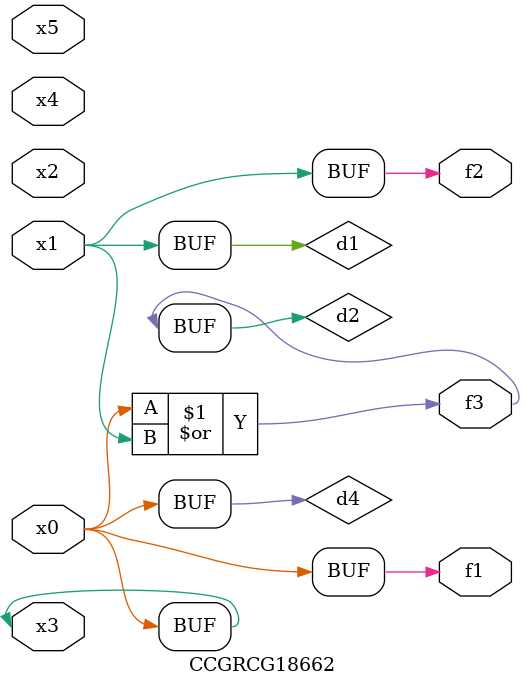
<source format=v>
module CCGRCG18662(
	input x0, x1, x2, x3, x4, x5,
	output f1, f2, f3
);

	wire d1, d2, d3, d4;

	and (d1, x1);
	or (d2, x0, x1);
	nand (d3, x0, x5);
	buf (d4, x0, x3);
	assign f1 = d4;
	assign f2 = d1;
	assign f3 = d2;
endmodule

</source>
